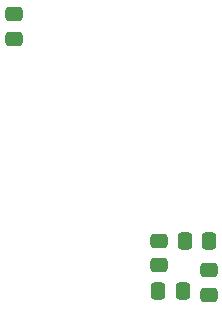
<source format=gbr>
%TF.GenerationSoftware,KiCad,Pcbnew,8.0.5*%
%TF.CreationDate,2024-10-22T17:04:07-05:00*%
%TF.ProjectId,395MainBoard,3339354d-6169-46e4-926f-6172642e6b69,rev?*%
%TF.SameCoordinates,Original*%
%TF.FileFunction,Paste,Bot*%
%TF.FilePolarity,Positive*%
%FSLAX46Y46*%
G04 Gerber Fmt 4.6, Leading zero omitted, Abs format (unit mm)*
G04 Created by KiCad (PCBNEW 8.0.5) date 2024-10-22 17:04:07*
%MOMM*%
%LPD*%
G01*
G04 APERTURE LIST*
G04 Aperture macros list*
%AMRoundRect*
0 Rectangle with rounded corners*
0 $1 Rounding radius*
0 $2 $3 $4 $5 $6 $7 $8 $9 X,Y pos of 4 corners*
0 Add a 4 corners polygon primitive as box body*
4,1,4,$2,$3,$4,$5,$6,$7,$8,$9,$2,$3,0*
0 Add four circle primitives for the rounded corners*
1,1,$1+$1,$2,$3*
1,1,$1+$1,$4,$5*
1,1,$1+$1,$6,$7*
1,1,$1+$1,$8,$9*
0 Add four rect primitives between the rounded corners*
20,1,$1+$1,$2,$3,$4,$5,0*
20,1,$1+$1,$4,$5,$6,$7,0*
20,1,$1+$1,$6,$7,$8,$9,0*
20,1,$1+$1,$8,$9,$2,$3,0*%
G04 Aperture macros list end*
%ADD10RoundRect,0.250000X-0.337500X-0.475000X0.337500X-0.475000X0.337500X0.475000X-0.337500X0.475000X0*%
%ADD11RoundRect,0.250000X-0.475000X0.337500X-0.475000X-0.337500X0.475000X-0.337500X0.475000X0.337500X0*%
%ADD12RoundRect,0.250000X0.475000X-0.337500X0.475000X0.337500X-0.475000X0.337500X-0.475000X-0.337500X0*%
G04 APERTURE END LIST*
D10*
%TO.C,C11*%
X175212500Y-93615000D03*
X177287500Y-93615000D03*
%TD*%
D11*
%TO.C,C2*%
X163000000Y-70175000D03*
X163000000Y-72250000D03*
%TD*%
D10*
%TO.C,C6*%
X177462500Y-89365000D03*
X179537500Y-89365000D03*
%TD*%
D11*
%TO.C,C10*%
X175250000Y-89327500D03*
X175250000Y-91402500D03*
%TD*%
D12*
%TO.C,C5*%
X179500000Y-93902500D03*
X179500000Y-91827500D03*
%TD*%
M02*

</source>
